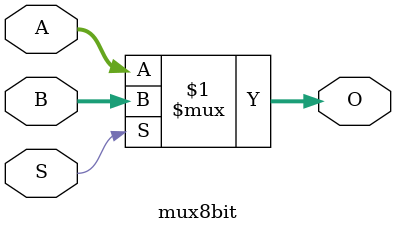
<source format=v>
module mux8bit(A, B, S, O);
  input [7:0] A;
  input [7:0] B;
  input S;
  output [7:0] O;

  assign O = S ? B : A;
endmodule

</source>
